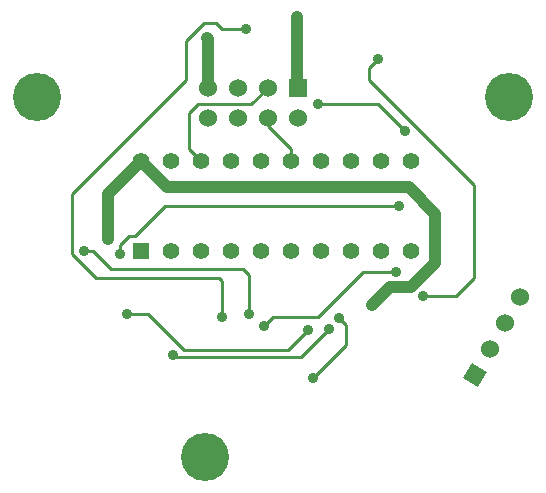
<source format=gtl>
G04 (created by PCBNEW (2013-dec-23)-stable) date Mon 23 Jun 2014 14:09:51 BST*
%MOIN*%
G04 Gerber Fmt 3.4, Leading zero omitted, Abs format*
%FSLAX34Y34*%
G01*
G70*
G90*
G04 APERTURE LIST*
%ADD10C,0.00590551*%
%ADD11R,0.06X0.06*%
%ADD12C,0.06*%
%ADD13R,0.055X0.055*%
%ADD14C,0.055*%
%ADD15C,0.16*%
%ADD16C,0.035*%
%ADD17C,0.0393701*%
%ADD18C,0.01*%
G04 APERTURE END LIST*
G54D10*
G54D11*
X84611Y-53255D03*
G54D12*
X84611Y-54255D03*
X83611Y-53255D03*
X83611Y-54255D03*
X82611Y-53255D03*
X82611Y-54255D03*
X81611Y-53255D03*
X81611Y-54255D03*
G54D10*
G36*
X90640Y-63239D02*
X90120Y-62939D01*
X90420Y-62419D01*
X90940Y-62719D01*
X90640Y-63239D01*
X90640Y-63239D01*
G37*
G54D12*
X91030Y-61963D03*
X91530Y-61097D03*
X92030Y-60231D03*
G54D13*
X79398Y-58700D03*
G54D14*
X80398Y-58700D03*
X81398Y-58700D03*
X82398Y-58700D03*
X83398Y-58700D03*
X84398Y-58700D03*
X85398Y-58700D03*
X86398Y-58700D03*
X87398Y-58700D03*
X88398Y-58700D03*
X88398Y-55700D03*
X87398Y-55700D03*
X86398Y-55700D03*
X85398Y-55700D03*
X84398Y-55700D03*
X83398Y-55700D03*
X82398Y-55700D03*
X81398Y-55700D03*
X80398Y-55700D03*
X79398Y-55700D03*
G54D15*
X81536Y-65566D03*
X91674Y-53558D03*
X75925Y-53558D03*
G54D16*
X84600Y-50900D03*
X78300Y-58300D03*
X87100Y-60500D03*
X88319Y-56574D03*
X88200Y-54700D03*
X85300Y-53800D03*
X81600Y-51600D03*
X78700Y-58800D03*
X88000Y-57200D03*
X82100Y-60900D03*
X82900Y-51300D03*
X83000Y-60800D03*
X77500Y-58700D03*
X85650Y-61298D03*
X80449Y-62148D03*
X84973Y-61314D03*
X78937Y-60798D03*
X85126Y-62928D03*
X85996Y-60920D03*
X83500Y-61200D03*
X87900Y-59400D03*
X88800Y-60200D03*
X87300Y-52300D03*
G54D17*
X84611Y-53255D02*
X84600Y-53244D01*
X84600Y-53244D02*
X84600Y-50900D01*
X78300Y-56798D02*
X79398Y-55700D01*
X78300Y-58300D02*
X78300Y-56798D01*
X88319Y-56574D02*
X89200Y-57454D01*
X87700Y-59900D02*
X87100Y-60500D01*
X88400Y-59900D02*
X87700Y-59900D01*
X89200Y-59100D02*
X88400Y-59900D01*
X89200Y-57454D02*
X89200Y-59100D01*
X80272Y-56574D02*
X79398Y-55700D01*
X88319Y-56574D02*
X80272Y-56574D01*
G54D18*
X87300Y-53800D02*
X88200Y-54700D01*
X85300Y-53800D02*
X87300Y-53800D01*
G54D17*
X81611Y-53255D02*
X81611Y-51611D01*
X81611Y-51611D02*
X81600Y-51600D01*
G54D18*
X83611Y-54255D02*
X83611Y-54511D01*
X84398Y-55298D02*
X84398Y-55700D01*
X83611Y-54511D02*
X84398Y-55298D01*
X83611Y-53255D02*
X83066Y-53800D01*
X81000Y-55301D02*
X81398Y-55700D01*
X81000Y-54100D02*
X81000Y-55301D01*
X81300Y-53800D02*
X81000Y-54100D01*
X83066Y-53800D02*
X81300Y-53800D01*
X78700Y-58500D02*
X78700Y-58800D01*
X79000Y-58200D02*
X78700Y-58500D01*
X79200Y-58200D02*
X79000Y-58200D01*
X80200Y-57200D02*
X79200Y-58200D01*
X88000Y-57200D02*
X80200Y-57200D01*
X82600Y-51300D02*
X82100Y-51300D01*
X77900Y-59600D02*
X82000Y-59600D01*
X82000Y-59600D02*
X82100Y-59700D01*
X82100Y-59700D02*
X82100Y-60900D01*
X77100Y-58800D02*
X77500Y-59200D01*
X77100Y-56800D02*
X77100Y-58800D01*
X82900Y-51300D02*
X82600Y-51300D01*
X77500Y-59200D02*
X77900Y-59600D01*
X80900Y-53000D02*
X77100Y-56800D01*
X80900Y-51700D02*
X80900Y-53000D01*
X81500Y-51100D02*
X80900Y-51700D01*
X81900Y-51100D02*
X81500Y-51100D01*
X82100Y-51300D02*
X81900Y-51100D01*
X83000Y-59500D02*
X83000Y-60800D01*
X82800Y-59300D02*
X83000Y-59500D01*
X78400Y-59300D02*
X82800Y-59300D01*
X77800Y-58700D02*
X78400Y-59300D01*
X77500Y-58700D02*
X77800Y-58700D01*
X84737Y-62211D02*
X85650Y-61298D01*
X80512Y-62211D02*
X84737Y-62211D01*
X80449Y-62148D02*
X80512Y-62211D01*
X84300Y-61987D02*
X84973Y-61314D01*
X80823Y-61987D02*
X84300Y-61987D01*
X79634Y-60798D02*
X80823Y-61987D01*
X78937Y-60798D02*
X79634Y-60798D01*
X86237Y-61818D02*
X85126Y-62928D01*
X86237Y-61160D02*
X86237Y-61818D01*
X85996Y-60920D02*
X86237Y-61160D01*
X83800Y-60900D02*
X83500Y-61200D01*
X85300Y-60900D02*
X83800Y-60900D01*
X86800Y-59400D02*
X85300Y-60900D01*
X87900Y-59400D02*
X86800Y-59400D01*
X89900Y-60200D02*
X88800Y-60200D01*
X90500Y-59600D02*
X89900Y-60200D01*
X90500Y-56500D02*
X90500Y-59600D01*
X87000Y-53000D02*
X90500Y-56500D01*
X87000Y-52600D02*
X87000Y-53000D01*
X87300Y-52300D02*
X87000Y-52600D01*
M02*

</source>
